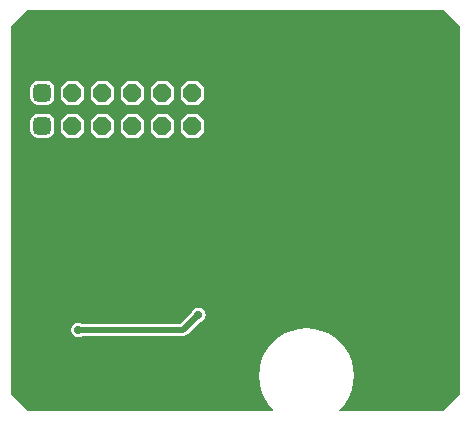
<source format=gbl>
G04*
G04 #@! TF.GenerationSoftware,Altium Limited,Altium Designer,22.3.1 (43)*
G04*
G04 Layer_Physical_Order=2*
G04 Layer_Color=16711680*
%FSLAX25Y25*%
%MOIN*%
G70*
G04*
G04 #@! TF.SameCoordinates,4C0AD069-EB26-4D81-AE36-419DC19207D4*
G04*
G04*
G04 #@! TF.FilePolarity,Positive*
G04*
G01*
G75*
%ADD40C,0.01968*%
%ADD43P,0.06392X8X22.5*%
G04:AMPARAMS|DCode=44|XSize=59.06mil|YSize=59.06mil|CornerRadius=14.76mil|HoleSize=0mil|Usage=FLASHONLY|Rotation=0.000|XOffset=0mil|YOffset=0mil|HoleType=Round|Shape=RoundedRectangle|*
%AMROUNDEDRECTD44*
21,1,0.05906,0.02953,0,0,0.0*
21,1,0.02953,0.05906,0,0,0.0*
1,1,0.02953,0.01476,-0.01476*
1,1,0.02953,-0.01476,-0.01476*
1,1,0.02953,-0.01476,0.01476*
1,1,0.02953,0.01476,0.01476*
%
%ADD44ROUNDEDRECTD44*%
%ADD45C,0.02756*%
G36*
X153509Y132213D02*
Y9519D01*
X147961Y3971D01*
X113568D01*
X113395Y4440D01*
X113543Y4567D01*
X115155Y6454D01*
X116451Y8569D01*
X117401Y10862D01*
X117980Y13274D01*
X118175Y15748D01*
X117980Y18222D01*
X117401Y20634D01*
X116451Y22927D01*
X115155Y25042D01*
X113543Y26929D01*
X111657Y28541D01*
X109541Y29837D01*
X107248Y30787D01*
X104836Y31366D01*
X102362Y31561D01*
X99889Y31366D01*
X97476Y30787D01*
X95183Y29837D01*
X93068Y28541D01*
X91181Y26929D01*
X89570Y25042D01*
X88273Y22927D01*
X87324Y20634D01*
X86744Y18222D01*
X86550Y15748D01*
X86744Y13274D01*
X87324Y10862D01*
X88273Y8569D01*
X89570Y6454D01*
X91181Y4567D01*
X91330Y4440D01*
X91157Y3971D01*
X9519D01*
X3971Y9519D01*
X3971Y132213D01*
X9519Y137761D01*
X147961D01*
X153509Y132213D01*
D02*
G37*
%LPC*%
G36*
X66354Y113953D02*
X62402D01*
X60425Y111976D01*
Y108024D01*
X62402Y106047D01*
X66354D01*
X68331Y108024D01*
Y111976D01*
X66354Y113953D01*
D02*
G37*
G36*
X56354D02*
X52402D01*
X50425Y111976D01*
Y108024D01*
X52402Y106047D01*
X56354D01*
X58331Y108024D01*
Y111976D01*
X56354Y113953D01*
D02*
G37*
G36*
X46354D02*
X42402D01*
X40425Y111976D01*
Y108024D01*
X42402Y106047D01*
X46354D01*
X48331Y108024D01*
Y111976D01*
X46354Y113953D01*
D02*
G37*
G36*
X36354D02*
X32402D01*
X30425Y111976D01*
Y108024D01*
X32402Y106047D01*
X36354D01*
X38331Y108024D01*
Y111976D01*
X36354Y113953D01*
D02*
G37*
G36*
X26354D02*
X22402D01*
X20425Y111976D01*
Y108024D01*
X22402Y106047D01*
X26354D01*
X28331Y108024D01*
Y111976D01*
X26354Y113953D01*
D02*
G37*
G36*
X15854Y114001D02*
X12902D01*
X11935Y113809D01*
X11116Y113262D01*
X10569Y112443D01*
X10377Y111476D01*
Y108524D01*
X10569Y107557D01*
X11116Y106738D01*
X11935Y106191D01*
X12902Y105999D01*
X15854D01*
X16821Y106191D01*
X17640Y106738D01*
X18187Y107557D01*
X18379Y108524D01*
Y111476D01*
X18187Y112443D01*
X17640Y113262D01*
X16821Y113809D01*
X15854Y114001D01*
D02*
G37*
G36*
X66354Y102953D02*
X62402D01*
X60425Y100976D01*
Y97024D01*
X62402Y95047D01*
X66354D01*
X68331Y97024D01*
Y100976D01*
X66354Y102953D01*
D02*
G37*
G36*
X56354D02*
X52402D01*
X50425Y100976D01*
Y97024D01*
X52402Y95047D01*
X56354D01*
X58331Y97024D01*
Y100976D01*
X56354Y102953D01*
D02*
G37*
G36*
X46354D02*
X42402D01*
X40425Y100976D01*
Y97024D01*
X42402Y95047D01*
X46354D01*
X48331Y97024D01*
Y100976D01*
X46354Y102953D01*
D02*
G37*
G36*
X36354D02*
X32402D01*
X30425Y100976D01*
Y97024D01*
X32402Y95047D01*
X36354D01*
X38331Y97024D01*
Y100976D01*
X36354Y102953D01*
D02*
G37*
G36*
X26354D02*
X22402D01*
X20425Y100976D01*
Y97024D01*
X22402Y95047D01*
X26354D01*
X28331Y97024D01*
Y100976D01*
X26354Y102953D01*
D02*
G37*
G36*
X15854Y103001D02*
X12902D01*
X11935Y102809D01*
X11116Y102262D01*
X10569Y101443D01*
X10377Y100476D01*
Y97524D01*
X10569Y96557D01*
X11116Y95738D01*
X11935Y95191D01*
X12902Y94999D01*
X15854D01*
X16821Y95191D01*
X17640Y95738D01*
X18187Y96557D01*
X18379Y97524D01*
Y100476D01*
X18187Y101443D01*
X17640Y102262D01*
X16821Y102809D01*
X15854Y103001D01*
D02*
G37*
G36*
X66378Y38425D02*
X65450Y38240D01*
X64663Y37714D01*
X64138Y36928D01*
X64062Y36545D01*
X60540Y33023D01*
X27630D01*
X27306Y33240D01*
X26378Y33424D01*
X25450Y33240D01*
X24664Y32714D01*
X24138Y31928D01*
X23953Y31000D01*
X24138Y30072D01*
X24664Y29286D01*
X25450Y28760D01*
X26378Y28576D01*
X27306Y28760D01*
X27630Y28977D01*
X61378D01*
X62152Y29131D01*
X62809Y29569D01*
X66923Y33684D01*
X67306Y33760D01*
X68092Y34286D01*
X68618Y35072D01*
X68802Y36000D01*
X68618Y36928D01*
X68092Y37714D01*
X67306Y38240D01*
X66378Y38425D01*
D02*
G37*
%LPD*%
D40*
X26378Y31000D02*
X61378D01*
X66378Y36000D01*
D43*
X64378Y99000D02*
D03*
X24378D02*
D03*
X34378D02*
D03*
X44378D02*
D03*
X54378D02*
D03*
X74378D02*
D03*
X84378D02*
D03*
X74378Y110000D02*
D03*
X54378D02*
D03*
X44378D02*
D03*
X34378D02*
D03*
X24378D02*
D03*
X64378D02*
D03*
D44*
X14378Y99000D02*
D03*
Y110000D02*
D03*
D45*
X31378Y70000D02*
D03*
X26378Y31000D02*
D03*
X70378Y70000D02*
D03*
X19378Y72000D02*
D03*
X108378Y93000D02*
D03*
X150378D02*
D03*
X97378Y79000D02*
D03*
X121378Y93000D02*
D03*
X66378Y36000D02*
D03*
X83378Y34000D02*
D03*
X31378Y57000D02*
D03*
X59378Y72000D02*
D03*
X40378Y84000D02*
D03*
X11378Y31000D02*
D03*
X22378Y45000D02*
D03*
X16378Y84000D02*
D03*
X24378D02*
D03*
X140378Y37000D02*
D03*
X50378Y58000D02*
D03*
X135378Y56000D02*
D03*
X46378Y45000D02*
D03*
X33878Y20000D02*
D03*
X66378D02*
D03*
M02*

</source>
